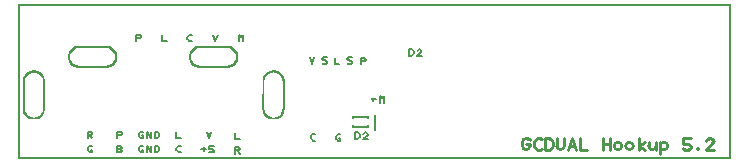
<source format=gto>
G04*
G04 Format:               Gerber RS-274X*
G04 Export Settings:      OSH Park*
G04 Layer:                TopSilkscreen*
G04 This File Name:       GCDUAL_QSB_FINAL5.2.gto*
G04 Source File Name:     GCDUAL_QSB_FINAL5.2.rrb*
G04 Unique ID:            757d16c7-f99c-4077-9d8c-5aaf3e2abc93*
G04 Generated Date:       Friday, 30 March 2018 13:03:25*
G04*
G04 Created Using:        Robot Room Copper Connection v3.0.5875*
G04 Software Contact:     http://www.robotroom.com/CopperConnection/Support.aspx*
G04 License Number:       1880*
G04*
G04 Zero Suppression:     Leading*
G04 Number Precision:     2.4*
G04*
%FSLAX24Y24*%
%MOIN*%
%LNTopSilkscreen*%
%ADD10C,.006*%
%ADD11C,.007*%
%ADD12C,.009*%
%ADD13C,.0578*%
%ADD14C,.0709*%
%ADD15C,.09*%
%ADD16C,.1181*%
%ADD17R,.006X.006*%
%ADD18R,.0276X.0197*%
%ADD19R,.0394X.0689*%
%ADD20R,.0603X.0787*%
D10*
G01X11713Y1427D02*
Y935D01*
D11*
X7069Y154D02*
Y377D01*
X7143D01*
X7157Y376D01*
X7170Y373D01*
X7183Y368D01*
X7194Y362D01*
X7203Y354D01*
X7210Y346D01*
X7215Y336D01*
X7218Y321D01*
X7216Y311D01*
X7213Y301D01*
X7206Y292D01*
X7198Y283D01*
X7188Y276D01*
X7176Y271D01*
X7163Y267D01*
X7143Y265D01*
X7069D01*
X7125D02*
X7218Y154D01*
X7069Y849D02*
Y626D01*
X7218D01*
X5934Y305D02*
X6082D01*
X6008Y379D02*
Y230D01*
X6279Y305D02*
X6293Y304D01*
X6306Y301D01*
X6318Y296D01*
X6329Y290D01*
X6339Y282D01*
X6346Y273D01*
X6351Y264D01*
X6353Y249D01*
X6352Y239D01*
X6348Y229D01*
X6342Y219D01*
X6334Y211D01*
X6323Y204D01*
X6311Y199D01*
X6299Y195D01*
X6279Y193D01*
X6205D01*
X6279Y305D02*
X6205D01*
Y342D01*
Y416D01*
X6353D01*
X6273Y889D02*
X6199Y666D01*
X6124Y889D01*
X5249Y193D02*
X5175D01*
G74*
G02X5101Y268I0J74D01*
G01Y342D01*
G02X5175Y416I74J0D01*
G01X5249D01*
X5101Y889D02*
Y666D01*
X5249D01*
X3953Y286D02*
X3990D01*
Y193D01*
X3916D01*
G02X3842Y268I0J74D01*
G01Y342D01*
G02X3916Y416I74J0D01*
G01X3990D01*
X4113Y193D02*
Y416D01*
X4261Y193D01*
Y416D01*
X4383D02*
X4458D01*
G02X4532Y342I0J74D01*
G01Y268D01*
G02X4458Y193I74J0D01*
G01X4383D01*
Y416D01*
X3953Y759D02*
X3990D01*
Y666D01*
X3916D01*
G02X3842Y740I0J74D01*
G01Y814D01*
G02X3916Y889I74J0D01*
G01X3990D01*
X4113Y666D02*
Y889D01*
X4261Y666D01*
Y889D01*
X4383D02*
X4458D01*
G02X4532Y814I0J74D01*
G01Y740D01*
G02X4458Y666I74J0D01*
G01X4383D01*
Y889D01*
X3132Y305D02*
X3206D01*
X3220Y304D01*
X3233Y301D01*
X3246Y296D01*
X3257Y290D01*
X3266Y282D01*
X3273Y273D01*
X3278Y264D01*
X3281Y249D01*
X3279Y239D01*
X3276Y229D01*
X3269Y219D01*
X3261Y211D01*
X3251Y204D01*
X3239Y199D01*
X3226Y195D01*
X3206Y193D01*
X3132D01*
Y416D01*
X3206D01*
X3220Y415D01*
X3233Y412D01*
X3246Y408D01*
X3257Y401D01*
X3266Y394D01*
X3273Y385D01*
X3278Y375D01*
X3281Y360D01*
X3279Y350D01*
X3276Y340D01*
X3269Y331D01*
X3261Y323D01*
X3251Y316D01*
X3239Y310D01*
X3226Y307D01*
X3206Y305D01*
X3132Y666D02*
Y889D01*
X3206D01*
X3220Y888D01*
X3233Y885D01*
X3246Y880D01*
X3257Y874D01*
X3266Y866D01*
X3273Y857D01*
X3278Y848D01*
X3281Y833D01*
X3279Y823D01*
X3276Y813D01*
X3269Y803D01*
X3261Y795D01*
X3251Y788D01*
X3239Y783D01*
X3226Y779D01*
X3206Y777D01*
X3132D01*
X2259Y286D02*
X2296D01*
Y193D01*
X2222D01*
G02X2148Y268I0J74D01*
G01Y342D01*
G02X2222Y416I74J0D01*
G01X2296D01*
X2148Y666D02*
Y889D01*
X2222D01*
X2236Y888D01*
X2249Y885D01*
X2262Y880D01*
X2273Y874D01*
X2282Y866D01*
X2289Y857D01*
X2294Y848D01*
X2296Y833D01*
X2295Y823D01*
X2291Y813D01*
X2285Y803D01*
X2277Y795D01*
X2267Y788D01*
X2255Y783D01*
X2242Y779D01*
X2222Y777D01*
X2148D01*
X2204D02*
X2296Y666D01*
X12864Y3645D02*
X12938D01*
G02X13013Y3570I0J74D01*
G01Y3496D01*
G02X12938Y3422I74J0D01*
G01X12864D01*
Y3645D01*
X13135Y3570D02*
G02X13209Y3645I74J0D01*
X13283Y3570I0J74D01*
G01X13135Y3422D01*
X13283D01*
X7187Y3894D02*
Y4117D01*
X7198D01*
X7262Y4043D01*
X7325Y4117D01*
X7336D01*
Y3894D01*
X9705Y3369D02*
X9631Y3146D01*
X9556Y3369D01*
X10047Y3257D02*
X10061D01*
X10074Y3254D01*
X10086Y3249D01*
X10097Y3243D01*
X10106Y3235D01*
X10114Y3226D01*
X10119Y3216D01*
X10121Y3202D01*
X10120Y3191D01*
X10116Y3181D01*
X10110Y3172D01*
X10101Y3164D01*
X10091Y3157D01*
X10079Y3152D01*
X10066Y3148D01*
X10047Y3146D01*
X9980D01*
G02X9972Y3153I0J7D01*
G01X10047Y3257D02*
X10033Y3258D01*
X10020Y3261D01*
X10007Y3266D01*
X9996Y3272D01*
X9987Y3280D01*
X9980Y3289D01*
X9975Y3299D01*
X9972Y3313D01*
X9974Y3324D01*
X9978Y3334D01*
X9984Y3343D01*
X9992Y3351D01*
X10002Y3358D01*
X10014Y3363D01*
X10027Y3367D01*
X10047Y3369D01*
X10114D01*
G02X10121Y3362I0J7D01*
G01X10879Y3257D02*
X10893D01*
X10906Y3254D01*
X10919Y3249D01*
X10930Y3243D01*
X10939Y3235D01*
X10946Y3226D01*
X10951Y3216D01*
X10954Y3202D01*
X10952Y3191D01*
X10948Y3181D01*
X10942Y3172D01*
X10934Y3164D01*
X10924Y3157D01*
X10912Y3152D01*
X10899Y3148D01*
X10879Y3146D01*
X10812D01*
G02X10805Y3153I0J7D01*
G01X10879Y3257D02*
X10865Y3258D01*
X10852Y3261D01*
X10840Y3266D01*
X10829Y3272D01*
X10820Y3280D01*
X10812Y3289D01*
X10807Y3299D01*
X10805Y3313D01*
X10806Y3324D01*
X10810Y3334D01*
X10816Y3343D01*
X10824Y3351D01*
X10835Y3358D01*
X10847Y3363D01*
X10860Y3367D01*
X10879Y3369D01*
X10946D01*
G02X10954Y3362I0J7D01*
G01X10389Y3348D02*
Y3125D01*
X10537D01*
X11260D02*
Y3348D01*
X11335D01*
X11348Y3347D01*
X11362Y3344D01*
X11374Y3339D01*
X11385Y3333D01*
X11394Y3325D01*
X11402Y3317D01*
X11406Y3307D01*
X11409Y3292D01*
X11408Y3282D01*
X11404Y3272D01*
X11398Y3263D01*
X11389Y3254D01*
X11379Y3247D01*
X11367Y3242D01*
X11354Y3238D01*
X11335Y3236D01*
X11260D01*
X11615Y1958D02*
X11763D01*
X11652Y1996D02*
X11615Y1958D01*
X11652Y1921D01*
X11886Y1847D02*
Y2070D01*
X11897D01*
X11960Y1996D01*
X12023Y2070D01*
X12034D01*
Y1847D01*
X9725Y583D02*
X9651D01*
G02X9576Y658I0J74D01*
G01Y732D01*
G02X9651Y806I74J0D01*
G01X9725D01*
X10536Y672D02*
X10573D01*
Y579D01*
X10498D01*
G02X10424Y654I0J74D01*
G01Y728D01*
G02X10498Y802I74J0D01*
G01X10573D01*
X6479Y4117D02*
X6405Y3894D01*
X6331Y4117D01*
X5612Y3894D02*
X5538D01*
G02X5463Y3968I0J74D01*
G01Y4043D01*
G02X5538Y4117I74J0D01*
G01X5612D01*
X4637D02*
Y3894D01*
X4785D01*
X3770D02*
Y4117D01*
X3845D01*
X3859Y4116D01*
X3872Y4113D01*
X3884Y4109D01*
X3895Y4102D01*
X3904Y4095D01*
X3912Y4086D01*
X3916Y4076D01*
X3919Y4061D01*
X3918Y4051D01*
X3914Y4041D01*
X3908Y4032D01*
X3899Y4023D01*
X3889Y4017D01*
X3877Y4011D01*
X3864Y4007D01*
X3845Y4006D01*
X3770D01*
X11060Y864D02*
X11134D01*
G02X11209Y790I0J74D01*
G01Y715D01*
G02X11134Y641I74J0D01*
G01X11060D01*
Y864D01*
X11331Y790D02*
G02X11405Y864I74J0D01*
X11480Y790I0J74D01*
G01X11331Y641D01*
X11480D01*
D12*
X16764Y472D02*
X16891D01*
Y408D01*
G02X16764Y281I127J0D01*
X16636Y408I0J127D01*
G01Y535D01*
G02X16764Y663I127J0D01*
G01X16778Y662D01*
X16792Y661D01*
X16806Y659D01*
X16820Y656D01*
X16832Y653D01*
X16843Y649D01*
X16854Y644D01*
X16863Y639D01*
X16870Y633D01*
X16876Y626D01*
X16881Y620D01*
X16884Y613D01*
X16885Y606D01*
X17274Y306D02*
X17272Y302D01*
X17269Y299D01*
X17264Y295D01*
X17257Y292D01*
X17248Y289D01*
X17238Y286D01*
X17226Y284D01*
X17213Y282D01*
X17200Y281D01*
X17178D01*
X17165D01*
X17153Y283D01*
X17141Y286D01*
X17129Y290D01*
X17117Y295D01*
X17106Y301D01*
X17095Y308D01*
X17085Y317D01*
X17075Y326D01*
X17066Y336D01*
X17057Y347D01*
X17050Y358D01*
X17043Y371D01*
X17036Y384D01*
X17031Y397D01*
X17027Y411D01*
X17023Y426D01*
X17021Y440D01*
X17019Y455D01*
Y472D01*
Y487D01*
X17021Y501D01*
X17023Y516D01*
X17026Y530D01*
X17031Y544D01*
X17036Y558D01*
X17042Y571D01*
X17049Y584D01*
X17056Y595D01*
X17065Y606D01*
X17074Y616D01*
X17084Y626D01*
X17094Y634D01*
X17105Y642D01*
X17116Y648D01*
X17128Y653D01*
X17139Y657D01*
X17152Y660D01*
X17164Y662D01*
X17178Y663D01*
X17192D01*
X17206Y662D01*
X17219Y660D01*
X17231Y659D01*
X17243Y656D01*
X17252Y653D01*
X17260Y650D01*
X17267Y647D01*
X17271Y643D01*
X17274Y637D01*
X17401Y663D02*
X17497D01*
X17509Y662D01*
X17521Y661D01*
X17534Y658D01*
X17546Y654D01*
X17557Y649D01*
X17568Y642D01*
X17579Y635D01*
X17590Y627D01*
X17600Y618D01*
X17609Y608D01*
X17617Y597D01*
X17625Y585D01*
X17632Y573D01*
X17638Y560D01*
X17643Y546D01*
X17648Y532D01*
X17651Y518D01*
X17654Y503D01*
X17655Y488D01*
X17656Y472D01*
X17655Y457D01*
X17654Y442D01*
X17652Y427D01*
X17648Y413D01*
X17644Y399D01*
X17639Y385D01*
X17633Y372D01*
X17626Y360D01*
X17618Y348D01*
X17610Y337D01*
X17601Y327D01*
X17591Y318D01*
X17581Y309D01*
X17570Y302D01*
X17559Y296D01*
X17547Y290D01*
X17535Y286D01*
X17523Y283D01*
X17510Y281D01*
X17497D01*
X17401D01*
Y663D01*
X18038D02*
Y408D01*
G02X17911Y281I127J0D01*
X17783Y408I0J127D01*
G01Y663D01*
X18166Y281D02*
X18293Y663D01*
X18421Y281D01*
X18214Y408D02*
X18373D01*
X18548Y663D02*
Y281D01*
X18803D01*
X19313Y663D02*
Y281D01*
Y472D02*
X19568D01*
Y663D02*
Y281D01*
X19695Y408D02*
G02X19823Y535I127J0D01*
X19950Y408I0J127D01*
X19823Y281I127J0D01*
X19695Y408I0J127D01*
G01X20078D02*
G02X20205Y535I127J0D01*
X20333Y408I0J127D01*
X20205Y281I127J0D01*
X20078Y408I0J127D01*
G01X20524Y663D02*
Y281D01*
X20715Y535D02*
X20524Y408D01*
X20715Y281D01*
X21097Y408D02*
G02X20970Y281I127J0D01*
X20842Y408I0J127D01*
G01Y535D01*
X21097D02*
Y281D01*
X21225Y408D02*
G02X21352Y535I127J0D01*
X21480Y408I0J127D01*
X21352Y281I127J0D01*
X21225Y408I0J127D01*
G01Y535D02*
Y153D01*
X22244Y663D02*
X21990D01*
Y472D01*
X22117D01*
X22132Y471D01*
X22146Y469D01*
X22160Y466D01*
X22173Y462D01*
X22186Y457D01*
X22198Y450D01*
X22208Y443D01*
X22218Y434D01*
X22226Y425D01*
X22233Y416D01*
X22238Y406D01*
X22242Y395D01*
X22244Y376D01*
Y365D01*
X22241Y354D01*
X22237Y344D01*
X22231Y334D01*
X22224Y324D01*
X22216Y316D01*
X22206Y308D01*
X22195Y300D01*
X22183Y294D01*
X22170Y289D01*
X22156Y285D01*
X22142Y282D01*
X22117Y281D01*
X22102D01*
X22088Y282D01*
X22074Y284D01*
X22061Y286D01*
X22048Y290D01*
X22036Y293D01*
X22026Y298D01*
X22016Y303D01*
X22008Y308D01*
X22001Y314D01*
X21996Y320D01*
X21992Y327D01*
X21990Y338D01*
X22474Y306D02*
G02X22499Y332I25J0D01*
X22525Y306I0J25D01*
X22499Y281I25J0D01*
X22474Y306I0J25D01*
G01X22754Y567D02*
X22755Y578D01*
X22758Y589D01*
X22762Y599D01*
X22767Y610D01*
X22775Y619D01*
X22783Y628D01*
X22793Y636D01*
X22804Y643D01*
X22816Y649D01*
X22829Y654D01*
X22842Y658D01*
X22857Y661D01*
X22882Y663D01*
X22896Y662D01*
X22911Y660D01*
X22925Y657D01*
X22938Y653D01*
X22951Y648D01*
X22962Y641D01*
X22973Y634D01*
X22983Y626D01*
X22991Y617D01*
X22998Y607D01*
X23003Y597D01*
X23007Y586D01*
X23009Y567D01*
X22996Y535D01*
X22971Y510D01*
X22754Y281D01*
X23009D01*
D17*
X11003Y1372D02*
X11495D01*
Y1038D01*
X11003D01*
Y1372D01*
%LPC*%
D13*
X14693Y1269D03*
X15360D03*
X16026D03*
X16693D03*
X14693Y2162D03*
X15360D03*
X16026D03*
X16693D03*
X17359Y1269D03*
Y2162D03*
X18026Y1269D03*
Y2162D03*
X18692Y1269D03*
Y2162D03*
X19359Y1269D03*
Y2162D03*
X20026Y1269D03*
Y2162D03*
X20692Y1269D03*
Y2162D03*
X21358Y1269D03*
Y2162D03*
D14*
X16360Y2929D03*
X19692D03*
X5849Y2396D03*
X4864D03*
X3880D03*
X2896D03*
X1912D03*
X6833D03*
X5849Y1412D03*
X4864D03*
X3880D03*
X2896D03*
X1912D03*
X6833D03*
D15*
X357Y2542D03*
Y1663D03*
X8344Y2542D03*
Y1663D03*
X5909Y3383D03*
X6788D03*
X1879D03*
X2758D03*
D16*
X22752Y1720D03*
X13300D03*
D18*
X11033Y1204D03*
X11467D03*
D19*
X13864Y4757D03*
X14455D03*
X15046D03*
X15636D03*
X16227D03*
X16817D03*
X17408D03*
X17998D03*
X18589D03*
X19179D03*
X20361D03*
X20951Y4759D03*
X21542Y4757D03*
X22132D03*
X22723D03*
X23313D03*
X13274D03*
X12683D03*
X12093D03*
X11502D03*
X10912D03*
D20*
X7274Y4629D03*
X6408D03*
X5542D03*
X4676D03*
X3810D03*
%LPD*%
D17*
X-152Y5118D02*
X23554D01*
Y0D01*
X-152D01*
Y5118D01*
X8341Y2897D02*
X8237Y2880D01*
X8144Y2833D01*
X8070Y2759D01*
X8022Y2665D01*
X8006Y2562D01*
X8002Y1645D01*
X8006Y1656D01*
X8022Y1553D01*
X8070Y1460D01*
X8144Y1386D01*
X8237Y1338D01*
X8341Y1322D01*
X8444Y1338D01*
X8537Y1386D01*
X8611Y1460D01*
X8659Y1553D01*
X8675Y1656D01*
X8677Y1645D01*
Y2556D01*
X8659Y2665D01*
X8611Y2759D01*
X8537Y2833D01*
X8444Y2880D01*
X8341Y2897D01*
X5554Y3379D02*
X5571Y3276D01*
X5618Y3182D01*
X5692Y3108D01*
X5786Y3061D01*
X5889Y3044D01*
X6806Y3041D01*
X6794Y3044D01*
X6898Y3061D01*
X6991Y3108D01*
X7065Y3182D01*
X7113Y3276D01*
X7129Y3379D01*
X7113Y3483D01*
X7065Y3576D01*
X6991Y3650D01*
X6898Y3697D01*
X6794Y3714D01*
X6806Y3715D01*
X5895D01*
X5786Y3697D01*
X5692Y3650D01*
X5618Y3576D01*
X5571Y3483D01*
X5554Y3379D01*
X353Y2897D02*
X250Y2880D01*
X157Y2833D01*
X83Y2759D01*
X35Y2665D01*
X19Y2562D01*
X15Y1645D01*
X19Y1656D01*
X35Y1553D01*
X83Y1460D01*
X157Y1386D01*
X250Y1338D01*
X353Y1322D01*
X457Y1338D01*
X550Y1386D01*
X624Y1460D01*
X672Y1553D01*
X688Y1656D01*
X689Y1645D01*
Y2556D01*
X672Y2665D01*
X624Y2759D01*
X550Y2833D01*
X457Y2880D01*
X353Y2897D01*
X1524Y3379D02*
X1541Y3276D01*
X1588Y3182D01*
X1662Y3108D01*
X1756Y3061D01*
X1859Y3044D01*
X2776Y3041D01*
X2765Y3044D01*
X2868Y3061D01*
X2961Y3108D01*
X3035Y3182D01*
X3083Y3276D01*
X3099Y3379D01*
X3083Y3483D01*
X3035Y3576D01*
X2961Y3650D01*
X2868Y3697D01*
X2765Y3714D01*
X2776Y3715D01*
X1865D01*
X1756Y3697D01*
X1662Y3650D01*
X1588Y3576D01*
X1541Y3483D01*
X1524Y3379D01*
M02*

</source>
